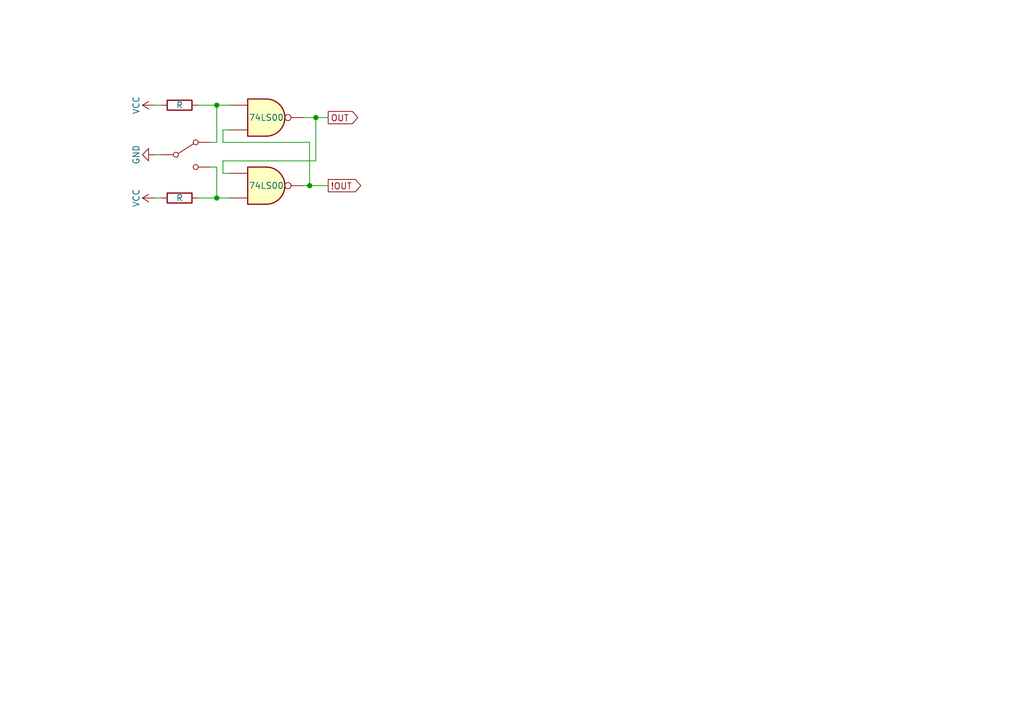
<source format=kicad_sch>
(kicad_sch (version 20211123) (generator eeschema)
  (paper "A5")
  (lib_symbols
    (symbol "74LS00_1" (pin_numbers hide) (pin_names (offset 1.016))
      (property "Reference" "U" (at 0 1.27 0))
      (property "Value" "74LS00_1" (at 0 -1.27 0))
      (symbol "74LS00_1_1_1"
        (arc (start 0 -3.81) (mid 3.81 0) (end 0 3.81) (stroke (width 0.254)) (fill (type background)))
        (polyline (pts (xy 0 3.81) (xy -3.81 3.81) (xy -3.81 -3.81) (xy 0 -3.81)) (stroke (width 0.254)) (fill (type background)))
        (pin input line (at -7.62 2.54 0) (length 3.81) (name "~") (number "1"))
        (pin input line (at -7.62 -2.54 0) (length 3.81) (name "~") (number "2"))
        (pin output inverted (at 7.62 0 180) (length 3.81) (name "~") (number "3"))
      )
      (symbol "74LS00_1_1_2"
        (arc (start -3.81 -3.81) (mid -2.589 0) (end -3.81 3.81) (stroke (width 0.254)))
        (arc (start -0.6096 -3.81) (mid 2.1842 -2.5851) (end 3.81 0) (stroke (width 0.254)) (fill (type background)))
        (polyline (pts (xy -3.81 -3.81) (xy -0.635 -3.81)) (stroke (width 0.254)) (fill (type background)))
        (polyline (pts (xy -3.81 3.81) (xy -0.635 3.81)) (stroke (width 0.254)) (fill (type background)))
        (polyline (pts (xy -0.635 3.81) (xy -3.81 3.81) (xy -3.81 3.81) (xy -3.556 3.4036) (xy -3.0226 2.2606) (xy -2.6924 1.0414) (xy -2.6162 -0.254) (xy -2.7686 -1.4986) (xy -3.175 -2.7178) (xy -3.81 -3.81) (xy -3.81 -3.81) (xy -0.635 -3.81)) (stroke (width -25.4)) (fill (type background)))
        (arc (start 3.81 0) (mid 2.1915 2.5936) (end -0.6096 3.81) (stroke (width 0.254)) (fill (type background)))
        (pin input inverted (at -7.62 2.54 0) (length 4.318) (name "~") (number "1"))
        (pin input inverted (at -7.62 -2.54 0) (length 4.318) (name "~") (number "2"))
        (pin output line (at 7.62 0 180) (length 3.81) (name "~") (number "3"))
      )
      (symbol "74LS00_1_2_1"
        (arc (start 0 -3.81) (mid 3.81 0) (end 0 3.81) (stroke (width 0.254)) (fill (type background)))
        (polyline (pts (xy 0 3.81) (xy -3.81 3.81) (xy -3.81 -3.81) (xy 0 -3.81)) (stroke (width 0.254)) (fill (type background)))
        (pin input line (at -7.62 2.54 0) (length 3.81) (name "~") (number "4"))
        (pin input line (at -7.62 -2.54 0) (length 3.81) (name "~") (number "5"))
        (pin output inverted (at 7.62 0 180) (length 3.81) (name "~") (number "6"))
      )
      (symbol "74LS00_1_2_2"
        (arc (start -3.81 -3.81) (mid -2.589 0) (end -3.81 3.81) (stroke (width 0.254)))
        (arc (start -0.6096 -3.81) (mid 2.1842 -2.5851) (end 3.81 0) (stroke (width 0.254)) (fill (type background)))
        (polyline (pts (xy -3.81 -3.81) (xy -0.635 -3.81)) (stroke (width 0.254)) (fill (type background)))
        (polyline (pts (xy -3.81 3.81) (xy -0.635 3.81)) (stroke (width 0.254)) (fill (type background)))
        (polyline (pts (xy -0.635 3.81) (xy -3.81 3.81) (xy -3.81 3.81) (xy -3.556 3.4036) (xy -3.0226 2.2606) (xy -2.6924 1.0414) (xy -2.6162 -0.254) (xy -2.7686 -1.4986) (xy -3.175 -2.7178) (xy -3.81 -3.81) (xy -3.81 -3.81) (xy -0.635 -3.81)) (stroke (width -25.4)) (fill (type background)))
        (arc (start 3.81 0) (mid 2.1915 2.5936) (end -0.6096 3.81) (stroke (width 0.254)) (fill (type background)))
        (pin input inverted (at -7.62 2.54 0) (length 4.318) (name "~") (number "4"))
        (pin input inverted (at -7.62 -2.54 0) (length 4.318) (name "~") (number "5"))
        (pin output line (at 7.62 0 180) (length 3.81) (name "~") (number "6"))
      )
      (symbol "74LS00_1_3_1"
        (arc (start 0 -3.81) (mid 3.81 0) (end 0 3.81) (stroke (width 0.254)) (fill (type background)))
        (polyline (pts (xy 0 3.81) (xy -3.81 3.81) (xy -3.81 -3.81) (xy 0 -3.81)) (stroke (width 0.254)) (fill (type background)))
        (pin input line (at -7.62 -2.54 0) (length 3.81) (name "~") (number "10"))
        (pin output inverted (at 7.62 0 180) (length 3.81) (name "~") (number "8"))
        (pin input line (at -7.62 2.54 0) (length 3.81) (name "~") (number "9"))
      )
      (symbol "74LS00_1_3_2"
        (arc (start -3.81 -3.81) (mid -2.589 0) (end -3.81 3.81) (stroke (width 0.254)))
        (arc (start -0.6096 -3.81) (mid 2.1842 -2.5851) (end 3.81 0) (stroke (width 0.254)) (fill (type background)))
        (polyline (pts (xy -3.81 -3.81) (xy -0.635 -3.81)) (stroke (width 0.254)) (fill (type background)))
        (polyline (pts (xy -3.81 3.81) (xy -0.635 3.81)) (stroke (width 0.254)) (fill (type background)))
        (polyline (pts (xy -0.635 3.81) (xy -3.81 3.81) (xy -3.81 3.81) (xy -3.556 3.4036) (xy -3.0226 2.2606) (xy -2.6924 1.0414) (xy -2.6162 -0.254) (xy -2.7686 -1.4986) (xy -3.175 -2.7178) (xy -3.81 -3.81) (xy -3.81 -3.81) (xy -0.635 -3.81)) (stroke (width -25.4)) (fill (type background)))
        (arc (start 3.81 0) (mid 2.1915 2.5936) (end -0.6096 3.81) (stroke (width 0.254)) (fill (type background)))
        (pin input inverted (at -7.62 -2.54 0) (length 4.318) (name "~") (number "10"))
        (pin output line (at 7.62 0 180) (length 3.81) (name "~") (number "8"))
        (pin input inverted (at -7.62 2.54 0) (length 4.318) (name "~") (number "9"))
      )
      (symbol "74LS00_1_4_1"
        (arc (start 0 -3.81) (mid 3.81 0) (end 0 3.81) (stroke (width 0.254)) (fill (type background)))
        (polyline (pts (xy 0 3.81) (xy -3.81 3.81) (xy -3.81 -3.81) (xy 0 -3.81)) (stroke (width 0.254)) (fill (type background)))
        (pin output inverted (at 7.62 0 180) (length 3.81) (name "~") (number "11"))
        (pin input line (at -7.62 2.54 0) (length 3.81) (name "~") (number "12"))
        (pin input line (at -7.62 -2.54 0) (length 3.81) (name "~") (number "13"))
      )
      (symbol "74LS00_1_4_2"
        (arc (start -3.81 -3.81) (mid -2.589 0) (end -3.81 3.81) (stroke (width 0.254)))
        (arc (start -0.6096 -3.81) (mid 2.1842 -2.5851) (end 3.81 0) (stroke (width 0.254)) (fill (type background)))
        (polyline (pts (xy -3.81 -3.81) (xy -0.635 -3.81)) (stroke (width 0.254)) (fill (type background)))
        (polyline (pts (xy -3.81 3.81) (xy -0.635 3.81)) (stroke (width 0.254)) (fill (type background)))
        (polyline (pts (xy -0.635 3.81) (xy -3.81 3.81) (xy -3.81 3.81) (xy -3.556 3.4036) (xy -3.0226 2.2606) (xy -2.6924 1.0414) (xy -2.6162 -0.254) (xy -2.7686 -1.4986) (xy -3.175 -2.7178) (xy -3.81 -3.81) (xy -3.81 -3.81) (xy -0.635 -3.81)) (stroke (width -25.4)) (fill (type background)))
        (arc (start 3.81 0) (mid 2.1915 2.5936) (end -0.6096 3.81) (stroke (width 0.254)) (fill (type background)))
        (pin output line (at 7.62 0 180) (length 3.81) (name "~") (number "11"))
        (pin input inverted (at -7.62 2.54 0) (length 4.318) (name "~") (number "12"))
        (pin input inverted (at -7.62 -2.54 0) (length 4.318) (name "~") (number "13"))
      )
      (symbol "74LS00_1_5_0"
        (pin power_in line (at 0 12.7 270) (length 5.08) (name "VCC") (number "14"))
        (pin power_in line (at 0 -12.7 90) (length 5.08) (name "GND") (number "7"))
      )
      (symbol "74LS00_1_5_1"
        (rectangle (start -5.08 7.62) (end 5.08 -7.62) (stroke (width 0.254)) (fill (type background)))
      )
    )
    (symbol "74xx:74LS00" (pin_numbers hide) (pin_names (offset 1.016))
      (property "Reference" "U" (at 0 1.27 0))
      (property "Value" "74LS00" (at 0 -1.27 0))
      (symbol "74LS00_1_1"
        (arc (start 0 -3.81) (mid 3.81 0) (end 0 3.81) (stroke (width 0.254)) (fill (type background)))
        (polyline (pts (xy 0 3.81) (xy -3.81 3.81) (xy -3.81 -3.81) (xy 0 -3.81)) (stroke (width 0.254)) (fill (type background)))
        (pin input line (at -7.62 2.54 0) (length 3.81) (name "~") (number "1"))
        (pin input line (at -7.62 -2.54 0) (length 3.81) (name "~") (number "2"))
        (pin output inverted (at 7.62 0 180) (length 3.81) (name "~") (number "3"))
      )
      (symbol "74LS00_1_2"
        (arc (start -3.81 -3.81) (mid -2.589 0) (end -3.81 3.81) (stroke (width 0.254)))
        (arc (start -0.6096 -3.81) (mid 2.1842 -2.5851) (end 3.81 0) (stroke (width 0.254)) (fill (type background)))
        (polyline (pts (xy -3.81 -3.81) (xy -0.635 -3.81)) (stroke (width 0.254)) (fill (type background)))
        (polyline (pts (xy -3.81 3.81) (xy -0.635 3.81)) (stroke (width 0.254)) (fill (type background)))
        (polyline (pts (xy -0.635 3.81) (xy -3.81 3.81) (xy -3.81 3.81) (xy -3.556 3.4036) (xy -3.0226 2.2606) (xy -2.6924 1.0414) (xy -2.6162 -0.254) (xy -2.7686 -1.4986) (xy -3.175 -2.7178) (xy -3.81 -3.81) (xy -3.81 -3.81) (xy -0.635 -3.81)) (stroke (width -25.4)) (fill (type background)))
        (arc (start 3.81 0) (mid 2.1915 2.5936) (end -0.6096 3.81) (stroke (width 0.254)) (fill (type background)))
        (pin input inverted (at -7.62 2.54 0) (length 4.318) (name "~") (number "1"))
        (pin input inverted (at -7.62 -2.54 0) (length 4.318) (name "~") (number "2"))
        (pin output line (at 7.62 0 180) (length 3.81) (name "~") (number "3"))
      )
      (symbol "74LS00_2_1"
        (arc (start 0 -3.81) (mid 3.81 0) (end 0 3.81) (stroke (width 0.254)) (fill (type background)))
        (polyline (pts (xy 0 3.81) (xy -3.81 3.81) (xy -3.81 -3.81) (xy 0 -3.81)) (stroke (width 0.254)) (fill (type background)))
        (pin input line (at -7.62 2.54 0) (length 3.81) (name "~") (number "4"))
        (pin input line (at -7.62 -2.54 0) (length 3.81) (name "~") (number "5"))
        (pin output inverted (at 7.62 0 180) (length 3.81) (name "~") (number "6"))
      )
      (symbol "74LS00_2_2"
        (arc (start -3.81 -3.81) (mid -2.589 0) (end -3.81 3.81) (stroke (width 0.254)))
        (arc (start -0.6096 -3.81) (mid 2.1842 -2.5851) (end 3.81 0) (stroke (width 0.254)) (fill (type background)))
        (polyline (pts (xy -3.81 -3.81) (xy -0.635 -3.81)) (stroke (width 0.254)) (fill (type background)))
        (polyline (pts (xy -3.81 3.81) (xy -0.635 3.81)) (stroke (width 0.254)) (fill (type background)))
        (polyline (pts (xy -0.635 3.81) (xy -3.81 3.81) (xy -3.81 3.81) (xy -3.556 3.4036) (xy -3.0226 2.2606) (xy -2.6924 1.0414) (xy -2.6162 -0.254) (xy -2.7686 -1.4986) (xy -3.175 -2.7178) (xy -3.81 -3.81) (xy -3.81 -3.81) (xy -0.635 -3.81)) (stroke (width -25.4)) (fill (type background)))
        (arc (start 3.81 0) (mid 2.1915 2.5936) (end -0.6096 3.81) (stroke (width 0.254)) (fill (type background)))
        (pin input inverted (at -7.62 2.54 0) (length 4.318) (name "~") (number "4"))
        (pin input inverted (at -7.62 -2.54 0) (length 4.318) (name "~") (number "5"))
        (pin output line (at 7.62 0 180) (length 3.81) (name "~") (number "6"))
      )
      (symbol "74LS00_3_1"
        (arc (start 0 -3.81) (mid 3.81 0) (end 0 3.81) (stroke (width 0.254)) (fill (type background)))
        (polyline (pts (xy 0 3.81) (xy -3.81 3.81) (xy -3.81 -3.81) (xy 0 -3.81)) (stroke (width 0.254)) (fill (type background)))
        (pin input line (at -7.62 -2.54 0) (length 3.81) (name "~") (number "10"))
        (pin output inverted (at 7.62 0 180) (length 3.81) (name "~") (number "8"))
        (pin input line (at -7.62 2.54 0) (length 3.81) (name "~") (number "9"))
      )
      (symbol "74LS00_3_2"
        (arc (start -3.81 -3.81) (mid -2.589 0) (end -3.81 3.81) (stroke (width 0.254)))
        (arc (start -0.6096 -3.81) (mid 2.1842 -2.5851) (end 3.81 0) (stroke (width 0.254)) (fill (type background)))
        (polyline (pts (xy -3.81 -3.81) (xy -0.635 -3.81)) (stroke (width 0.254)) (fill (type background)))
        (polyline (pts (xy -3.81 3.81) (xy -0.635 3.81)) (stroke (width 0.254)) (fill (type background)))
        (polyline (pts (xy -0.635 3.81) (xy -3.81 3.81) (xy -3.81 3.81) (xy -3.556 3.4036) (xy -3.0226 2.2606) (xy -2.6924 1.0414) (xy -2.6162 -0.254) (xy -2.7686 -1.4986) (xy -3.175 -2.7178) (xy -3.81 -3.81) (xy -3.81 -3.81) (xy -0.635 -3.81)) (stroke (width -25.4)) (fill (type background)))
        (arc (start 3.81 0) (mid 2.1915 2.5936) (end -0.6096 3.81) (stroke (width 0.254)) (fill (type background)))
        (pin input inverted (at -7.62 -2.54 0) (length 4.318) (name "~") (number "10"))
        (pin output line (at 7.62 0 180) (length 3.81) (name "~") (number "8"))
        (pin input inverted (at -7.62 2.54 0) (length 4.318) (name "~") (number "9"))
      )
      (symbol "74LS00_4_1"
        (arc (start 0 -3.81) (mid 3.81 0) (end 0 3.81) (stroke (width 0.254)) (fill (type background)))
        (polyline (pts (xy 0 3.81) (xy -3.81 3.81) (xy -3.81 -3.81) (xy 0 -3.81)) (stroke (width 0.254)) (fill (type background)))
        (pin output inverted (at 7.62 0 180) (length 3.81) (name "~") (number "11"))
        (pin input line (at -7.62 2.54 0) (length 3.81) (name "~") (number "12"))
        (pin input line (at -7.62 -2.54 0) (length 3.81) (name "~") (number "13"))
      )
      (symbol "74LS00_4_2"
        (arc (start -3.81 -3.81) (mid -2.589 0) (end -3.81 3.81) (stroke (width 0.254)))
        (arc (start -0.6096 -3.81) (mid 2.1842 -2.5851) (end 3.81 0) (stroke (width 0.254)) (fill (type background)))
        (polyline (pts (xy -3.81 -3.81) (xy -0.635 -3.81)) (stroke (width 0.254)) (fill (type background)))
        (polyline (pts (xy -3.81 3.81) (xy -0.635 3.81)) (stroke (width 0.254)) (fill (type background)))
        (polyline (pts (xy -0.635 3.81) (xy -3.81 3.81) (xy -3.81 3.81) (xy -3.556 3.4036) (xy -3.0226 2.2606) (xy -2.6924 1.0414) (xy -2.6162 -0.254) (xy -2.7686 -1.4986) (xy -3.175 -2.7178) (xy -3.81 -3.81) (xy -3.81 -3.81) (xy -0.635 -3.81)) (stroke (width -25.4)) (fill (type background)))
        (arc (start 3.81 0) (mid 2.1915 2.5936) (end -0.6096 3.81) (stroke (width 0.254)) (fill (type background)))
        (pin output line (at 7.62 0 180) (length 3.81) (name "~") (number "11"))
        (pin input inverted (at -7.62 2.54 0) (length 4.318) (name "~") (number "12"))
        (pin input inverted (at -7.62 -2.54 0) (length 4.318) (name "~") (number "13"))
      )
      (symbol "74LS00_5_0"
        (pin power_in line (at 0 12.7 270) (length 5.08) (name "VCC") (number "14"))
        (pin power_in line (at 0 -12.7 90) (length 5.08) (name "GND") (number "7"))
      )
      (symbol "74LS00_5_1"
        (rectangle (start -5.08 7.62) (end 5.08 -7.62) (stroke (width 0.254)) (fill (type background)))
      )
    )
    (symbol "Device:R" (pin_numbers hide) (pin_names (offset 0))
      (property "Reference" "R" (at 2.032 0 90))
      (property "Value" "R" (at 0 0 90))
      (symbol "R_0_1"
        (rectangle (start -1.016 -2.54) (end 1.016 2.54) (stroke (width 0.254)))
      )
      (symbol "R_1_1"
        (pin passive line (at 0 3.81 270) (length 1.27) (name "~") (number "1"))
        (pin passive line (at 0 -3.81 90) (length 1.27) (name "~") (number "2"))
      )
    )
    (symbol "Switch:SW_SPDT" (pin_numbers hide) (pin_names (offset 0) hide)
      (property "Reference" "SW" (at 0 4.318 0))
      (property "Value" "SW_SPDT" (at 0 -5.08 0))
      (symbol "SW_SPDT_0_0"
        (circle (center -2.032 0) (radius 0.508))
        (circle (center 2.032 -2.54) (radius 0.508))
      )
      (symbol "SW_SPDT_0_1"
        (polyline (pts (xy -1.524 0.254) (xy 1.651 2.286)))
        (circle (center 2.032 2.54) (radius 0.508))
      )
      (symbol "SW_SPDT_1_1"
        (pin passive line (at 5.08 2.54 180) (length 2.54) (name "A") (number "1"))
        (pin passive line (at -5.08 0 0) (length 2.54) (name "B") (number "2"))
        (pin passive line (at 5.08 -2.54 180) (length 2.54) (name "C") (number "3"))
      )
    )
    (symbol "power:GND" (power) (pin_names (offset 0))
      (property "Value" "GND" (at 0 -3.81 0))
      (symbol "GND_0_1"
        (polyline (pts (xy 0 0) (xy 0 -1.27) (xy 1.27 -1.27) (xy 0 -2.54) (xy -1.27 -1.27) (xy 0 -1.27)))
      )
      (symbol "GND_1_1"
        (pin power_in line (at 0 0 270) (length 0) hide (name "GND") (number "1"))
      )
    )
    (symbol "power:VCC" (power) (pin_names (offset 0))
      (property "Value" "VCC" (at 0 3.81 0))
      (symbol "VCC_0_1"
        (polyline (pts (xy -0.762 1.27) (xy 0 2.54)))
        (polyline (pts (xy 0 0) (xy 0 2.54)))
        (polyline (pts (xy 0 2.54) (xy 0.762 1.27)))
      )
      (symbol "VCC_1_1"
        (pin power_in line (at 0 0 90) (length 0) hide (name "VCC") (number "1"))
      )
    )
  )
  (junction (at 44.45 21.59))
  (junction (at 44.45 40.64))
  (junction (at 63.5 38.1))
  (junction (at 64.77 24.13))
  (wire (pts (xy 31.75 21.59) (xy 33.02 21.59)))
  (wire (pts (xy 43.18 34.29) (xy 44.45 34.29)))
  (wire (pts (xy 64.77 33.02) (xy 64.77 24.13)))
  (wire (pts (xy 40.64 21.59) (xy 44.45 21.59)))
  (wire (pts (xy 45.72 26.67) (xy 45.72 29.21)))
  (wire (pts (xy 40.64 40.64) (xy 44.45 40.64)))
  (wire (pts (xy 45.72 35.56) (xy 46.99 35.56)))
  (wire (pts (xy 45.72 26.67) (xy 46.99 26.67)))
  (wire (pts (xy 31.75 31.75) (xy 33.02 31.75)))
  (wire (pts (xy 62.23 24.13) (xy 64.77 24.13)))
  (wire (pts (xy 33.02 40.64) (xy 31.75 40.64)))
  (wire (pts (xy 45.72 33.02) (xy 64.77 33.02)))
  (wire (pts (xy 63.5 38.1) (xy 62.23 38.1)))
  (wire (pts (xy 44.45 29.21) (xy 43.18 29.21)))
  (wire (pts (xy 44.45 21.59) (xy 44.45 29.21)))
  (wire (pts (xy 44.45 21.59) (xy 46.99 21.59)))
  (wire (pts (xy 63.5 29.21) (xy 63.5 38.1)))
  (wire (pts (xy 63.5 38.1) (xy 67.31 38.1)))
  (wire (pts (xy 44.45 34.29) (xy 44.45 40.64)))
  (wire (pts (xy 44.45 40.64) (xy 46.99 40.64)))
  (wire (pts (xy 45.72 35.56) (xy 45.72 33.02)))
  (wire (pts (xy 45.72 29.21) (xy 63.5 29.21)))
  (wire (pts (xy 64.77 24.13) (xy 67.31 24.13)))
  (global_label "OUT" (shape output) (at 67.31 24.13 0) (property "Intersheet References" "${INTERSHEET_REFS}" (effects hide)))
  (global_label "!OUT" (shape output) (at 67.31 38.1 0) (property "Intersheet References" "${INTERSHEET_REFS}" (effects hide)))
  (symbol (lib_id "74xx:74LS00") (at 54.61 38.1 0) (unit 2)
    (property "Reference" "U?" (effects hide))
    (property "Value" "74LS00" (at 54.61 38.1 0))
    (property "Datasheet" "http://www.ti.com/lit/gpn/sn74ls00" (effects hide))
  )
  (symbol (lib_id "power:GND") (at 31.75 31.75 270) (unit 1)
    (property "Reference" "#PWR?" (effects hide))
    (property "Value" "GND" (at 27.94 31.75 0))
  )
  (symbol (lib_id "Device:R") (at 36.83 40.64 270) (unit 1)
    (property "Reference" "R?" (effects hide))
    (property "Value" "R" (at 36.83 40.64 90))
  )
  (symbol (lib_id "power:VCC") (at 31.75 21.59 90) (unit 1)
    (property "Reference" "#PWR?" (effects hide))
    (property "Value" "VCC" (at 27.94 21.59 0))
  )
  (symbol (lib_id "Device:R") (at 36.83 21.59 90) (unit 1)
    (property "Reference" "R?" (effects hide))
    (property "Value" "R" (at 36.83 21.59 90))
  )
  (symbol (lib_id "power:VCC") (at 31.75 40.64 90) (unit 1)
    (property "Reference" "#PWR?" (effects hide))
    (property "Value" "VCC" (at 27.94 40.64 0))
  )
  (symbol (lib_id "Switch:SW_SPDT") (at 38.1 31.75 0) (unit 1)
    (property "Reference" "SW?" (effects hide))
    (property "Value" "SW_SPDT" (effects hide))
  )
  (symbol (lib_name "74LS00_1") (lib_id "74xx:74LS00") (at 54.61 24.13 0) (unit 1)
    (property "Reference" "U?" (effects hide))
    (property "Value" "74LS00" (at 54.61 24.13 0))
    (property "Datasheet" "http://www.ti.com/lit/gpn/sn74ls00" (effects hide))
  )
)
</source>
